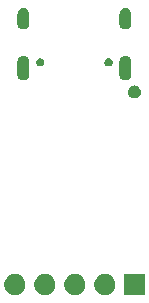
<source format=gbr>
G04 #@! TF.GenerationSoftware,KiCad,Pcbnew,(5.1.5)-3*
G04 #@! TF.CreationDate,2022-01-21T17:51:05-06:00*
G04 #@! TF.ProjectId,test_stand_smd,74657374-5f73-4746-916e-645f736d642e,rev?*
G04 #@! TF.SameCoordinates,Original*
G04 #@! TF.FileFunction,Soldermask,Bot*
G04 #@! TF.FilePolarity,Negative*
%FSLAX46Y46*%
G04 Gerber Fmt 4.6, Leading zero omitted, Abs format (unit mm)*
G04 Created by KiCad (PCBNEW (5.1.5)-3) date 2022-01-21 17:51:05*
%MOMM*%
%LPD*%
G04 APERTURE LIST*
%ADD10C,0.100000*%
G04 APERTURE END LIST*
D10*
G36*
X145942532Y-100256887D02*
G01*
X146091832Y-100286584D01*
X146255804Y-100354504D01*
X146403374Y-100453107D01*
X146528873Y-100578606D01*
X146627476Y-100726176D01*
X146695396Y-100890148D01*
X146730020Y-101064219D01*
X146730020Y-101241701D01*
X146695396Y-101415772D01*
X146627476Y-101579744D01*
X146528873Y-101727314D01*
X146403374Y-101852813D01*
X146255804Y-101951416D01*
X146091832Y-102019336D01*
X145942532Y-102049033D01*
X145917762Y-102053960D01*
X145740278Y-102053960D01*
X145715508Y-102049033D01*
X145566208Y-102019336D01*
X145402236Y-101951416D01*
X145254666Y-101852813D01*
X145129167Y-101727314D01*
X145030564Y-101579744D01*
X144962644Y-101415772D01*
X144928020Y-101241701D01*
X144928020Y-101064219D01*
X144962644Y-100890148D01*
X145030564Y-100726176D01*
X145129167Y-100578606D01*
X145254666Y-100453107D01*
X145402236Y-100354504D01*
X145566208Y-100286584D01*
X145715508Y-100256887D01*
X145740278Y-100251960D01*
X145917762Y-100251960D01*
X145942532Y-100256887D01*
G37*
G36*
X149270020Y-102053960D02*
G01*
X147468020Y-102053960D01*
X147468020Y-100251960D01*
X149270020Y-100251960D01*
X149270020Y-102053960D01*
G37*
G36*
X143402532Y-100256887D02*
G01*
X143551832Y-100286584D01*
X143715804Y-100354504D01*
X143863374Y-100453107D01*
X143988873Y-100578606D01*
X144087476Y-100726176D01*
X144155396Y-100890148D01*
X144190020Y-101064219D01*
X144190020Y-101241701D01*
X144155396Y-101415772D01*
X144087476Y-101579744D01*
X143988873Y-101727314D01*
X143863374Y-101852813D01*
X143715804Y-101951416D01*
X143551832Y-102019336D01*
X143402532Y-102049033D01*
X143377762Y-102053960D01*
X143200278Y-102053960D01*
X143175508Y-102049033D01*
X143026208Y-102019336D01*
X142862236Y-101951416D01*
X142714666Y-101852813D01*
X142589167Y-101727314D01*
X142490564Y-101579744D01*
X142422644Y-101415772D01*
X142388020Y-101241701D01*
X142388020Y-101064219D01*
X142422644Y-100890148D01*
X142490564Y-100726176D01*
X142589167Y-100578606D01*
X142714666Y-100453107D01*
X142862236Y-100354504D01*
X143026208Y-100286584D01*
X143175508Y-100256887D01*
X143200278Y-100251960D01*
X143377762Y-100251960D01*
X143402532Y-100256887D01*
G37*
G36*
X140862532Y-100256887D02*
G01*
X141011832Y-100286584D01*
X141175804Y-100354504D01*
X141323374Y-100453107D01*
X141448873Y-100578606D01*
X141547476Y-100726176D01*
X141615396Y-100890148D01*
X141650020Y-101064219D01*
X141650020Y-101241701D01*
X141615396Y-101415772D01*
X141547476Y-101579744D01*
X141448873Y-101727314D01*
X141323374Y-101852813D01*
X141175804Y-101951416D01*
X141011832Y-102019336D01*
X140862532Y-102049033D01*
X140837762Y-102053960D01*
X140660278Y-102053960D01*
X140635508Y-102049033D01*
X140486208Y-102019336D01*
X140322236Y-101951416D01*
X140174666Y-101852813D01*
X140049167Y-101727314D01*
X139950564Y-101579744D01*
X139882644Y-101415772D01*
X139848020Y-101241701D01*
X139848020Y-101064219D01*
X139882644Y-100890148D01*
X139950564Y-100726176D01*
X140049167Y-100578606D01*
X140174666Y-100453107D01*
X140322236Y-100354504D01*
X140486208Y-100286584D01*
X140635508Y-100256887D01*
X140660278Y-100251960D01*
X140837762Y-100251960D01*
X140862532Y-100256887D01*
G37*
G36*
X138322532Y-100256887D02*
G01*
X138471832Y-100286584D01*
X138635804Y-100354504D01*
X138783374Y-100453107D01*
X138908873Y-100578606D01*
X139007476Y-100726176D01*
X139075396Y-100890148D01*
X139110020Y-101064219D01*
X139110020Y-101241701D01*
X139075396Y-101415772D01*
X139007476Y-101579744D01*
X138908873Y-101727314D01*
X138783374Y-101852813D01*
X138635804Y-101951416D01*
X138471832Y-102019336D01*
X138322532Y-102049033D01*
X138297762Y-102053960D01*
X138120278Y-102053960D01*
X138095508Y-102049033D01*
X137946208Y-102019336D01*
X137782236Y-101951416D01*
X137634666Y-101852813D01*
X137509167Y-101727314D01*
X137410564Y-101579744D01*
X137342644Y-101415772D01*
X137308020Y-101241701D01*
X137308020Y-101064219D01*
X137342644Y-100890148D01*
X137410564Y-100726176D01*
X137509167Y-100578606D01*
X137634666Y-100453107D01*
X137782236Y-100354504D01*
X137946208Y-100286584D01*
X138095508Y-100256887D01*
X138120278Y-100251960D01*
X138297762Y-100251960D01*
X138322532Y-100256887D01*
G37*
G36*
X148496721Y-84306174D02*
G01*
X148596995Y-84347709D01*
X148596996Y-84347710D01*
X148687242Y-84408010D01*
X148763990Y-84484758D01*
X148763991Y-84484760D01*
X148824291Y-84575005D01*
X148865826Y-84675279D01*
X148887000Y-84781730D01*
X148887000Y-84890270D01*
X148865826Y-84996721D01*
X148824291Y-85096995D01*
X148824290Y-85096996D01*
X148763990Y-85187242D01*
X148687242Y-85263990D01*
X148641812Y-85294345D01*
X148596995Y-85324291D01*
X148496721Y-85365826D01*
X148390270Y-85387000D01*
X148281730Y-85387000D01*
X148175279Y-85365826D01*
X148075005Y-85324291D01*
X148030188Y-85294345D01*
X147984758Y-85263990D01*
X147908010Y-85187242D01*
X147847710Y-85096996D01*
X147847709Y-85096995D01*
X147806174Y-84996721D01*
X147785000Y-84890270D01*
X147785000Y-84781730D01*
X147806174Y-84675279D01*
X147847709Y-84575005D01*
X147908009Y-84484760D01*
X147908010Y-84484758D01*
X147984758Y-84408010D01*
X148075004Y-84347710D01*
X148075005Y-84347709D01*
X148175279Y-84306174D01*
X148281730Y-84285000D01*
X148390270Y-84285000D01*
X148496721Y-84306174D01*
G37*
G36*
X147671673Y-81771449D02*
G01*
X147766112Y-81800097D01*
X147853147Y-81846618D01*
X147929435Y-81909225D01*
X147992042Y-81985513D01*
X148038563Y-82072548D01*
X148067211Y-82166987D01*
X148074460Y-82240588D01*
X148074460Y-83389812D01*
X148067211Y-83463413D01*
X148038563Y-83557852D01*
X147992042Y-83644887D01*
X147929435Y-83721175D01*
X147853147Y-83783782D01*
X147766111Y-83830303D01*
X147671672Y-83858951D01*
X147573460Y-83868624D01*
X147475247Y-83858951D01*
X147380808Y-83830303D01*
X147293773Y-83783782D01*
X147217485Y-83721175D01*
X147154878Y-83644887D01*
X147108357Y-83557851D01*
X147079709Y-83463412D01*
X147072460Y-83389811D01*
X147072461Y-82240588D01*
X147079710Y-82166987D01*
X147108358Y-82072548D01*
X147154879Y-81985513D01*
X147217486Y-81909225D01*
X147293774Y-81846618D01*
X147380809Y-81800097D01*
X147475248Y-81771449D01*
X147573460Y-81761776D01*
X147671673Y-81771449D01*
G37*
G36*
X139031673Y-81771449D02*
G01*
X139126112Y-81800097D01*
X139213147Y-81846618D01*
X139289435Y-81909225D01*
X139352042Y-81985513D01*
X139398563Y-82072548D01*
X139427211Y-82166987D01*
X139434460Y-82240588D01*
X139434460Y-83389812D01*
X139427211Y-83463413D01*
X139398563Y-83557852D01*
X139352042Y-83644887D01*
X139289435Y-83721175D01*
X139213147Y-83783782D01*
X139126111Y-83830303D01*
X139031672Y-83858951D01*
X138933460Y-83868624D01*
X138835247Y-83858951D01*
X138740808Y-83830303D01*
X138653773Y-83783782D01*
X138577485Y-83721175D01*
X138514878Y-83644887D01*
X138468357Y-83557851D01*
X138439709Y-83463412D01*
X138432460Y-83389811D01*
X138432461Y-82240588D01*
X138439710Y-82166987D01*
X138468358Y-82072548D01*
X138514879Y-81985513D01*
X138577486Y-81909225D01*
X138653774Y-81846618D01*
X138740809Y-81800097D01*
X138835248Y-81771449D01*
X138933460Y-81761776D01*
X139031673Y-81771449D01*
G37*
G36*
X140465843Y-81997689D02*
G01*
X140465846Y-81997690D01*
X140465845Y-81997690D01*
X140529718Y-82024146D01*
X140587208Y-82062560D01*
X140636100Y-82111452D01*
X140674514Y-82168942D01*
X140696084Y-82221018D01*
X140700971Y-82232817D01*
X140714460Y-82300630D01*
X140714460Y-82369770D01*
X140700971Y-82437583D01*
X140700970Y-82437585D01*
X140674514Y-82501458D01*
X140636100Y-82558948D01*
X140587208Y-82607840D01*
X140529718Y-82646254D01*
X140477642Y-82667824D01*
X140465843Y-82672711D01*
X140398030Y-82686200D01*
X140328890Y-82686200D01*
X140261077Y-82672711D01*
X140249278Y-82667824D01*
X140197202Y-82646254D01*
X140139712Y-82607840D01*
X140090820Y-82558948D01*
X140052406Y-82501458D01*
X140025950Y-82437585D01*
X140025949Y-82437583D01*
X140012460Y-82369770D01*
X140012460Y-82300630D01*
X140025949Y-82232817D01*
X140030836Y-82221018D01*
X140052406Y-82168942D01*
X140090820Y-82111452D01*
X140139712Y-82062560D01*
X140197202Y-82024146D01*
X140261075Y-81997690D01*
X140261074Y-81997690D01*
X140261077Y-81997689D01*
X140328890Y-81984200D01*
X140398030Y-81984200D01*
X140465843Y-81997689D01*
G37*
G36*
X146245843Y-81997689D02*
G01*
X146245846Y-81997690D01*
X146245845Y-81997690D01*
X146309718Y-82024146D01*
X146367208Y-82062560D01*
X146416100Y-82111452D01*
X146454514Y-82168942D01*
X146476084Y-82221018D01*
X146480971Y-82232817D01*
X146494460Y-82300630D01*
X146494460Y-82369770D01*
X146480971Y-82437583D01*
X146480970Y-82437585D01*
X146454514Y-82501458D01*
X146416100Y-82558948D01*
X146367208Y-82607840D01*
X146309718Y-82646254D01*
X146257642Y-82667824D01*
X146245843Y-82672711D01*
X146178030Y-82686200D01*
X146108890Y-82686200D01*
X146041077Y-82672711D01*
X146029278Y-82667824D01*
X145977202Y-82646254D01*
X145919712Y-82607840D01*
X145870820Y-82558948D01*
X145832406Y-82501458D01*
X145805950Y-82437585D01*
X145805949Y-82437583D01*
X145792460Y-82369770D01*
X145792460Y-82300630D01*
X145805949Y-82232817D01*
X145810836Y-82221018D01*
X145832406Y-82168942D01*
X145870820Y-82111452D01*
X145919712Y-82062560D01*
X145977202Y-82024146D01*
X146041075Y-81997690D01*
X146041074Y-81997690D01*
X146041077Y-81997689D01*
X146108890Y-81984200D01*
X146178030Y-81984200D01*
X146245843Y-81997689D01*
G37*
G36*
X147671673Y-77751449D02*
G01*
X147766112Y-77780097D01*
X147853147Y-77826618D01*
X147929435Y-77889225D01*
X147992042Y-77965513D01*
X148038563Y-78052548D01*
X148067211Y-78146987D01*
X148074460Y-78220588D01*
X148074460Y-79069812D01*
X148067211Y-79143413D01*
X148038563Y-79237852D01*
X147992042Y-79324887D01*
X147929435Y-79401175D01*
X147853147Y-79463782D01*
X147766111Y-79510303D01*
X147671672Y-79538951D01*
X147573460Y-79548624D01*
X147475247Y-79538951D01*
X147380808Y-79510303D01*
X147293773Y-79463782D01*
X147217485Y-79401175D01*
X147154878Y-79324887D01*
X147108357Y-79237851D01*
X147079709Y-79143412D01*
X147072460Y-79069811D01*
X147072460Y-78220598D01*
X147079710Y-78146986D01*
X147090306Y-78112056D01*
X147108358Y-78052548D01*
X147154879Y-77965513D01*
X147217486Y-77889225D01*
X147293774Y-77826618D01*
X147380809Y-77780097D01*
X147475248Y-77751449D01*
X147573460Y-77741776D01*
X147671673Y-77751449D01*
G37*
G36*
X139031673Y-77751449D02*
G01*
X139126112Y-77780097D01*
X139213147Y-77826618D01*
X139289435Y-77889225D01*
X139352042Y-77965513D01*
X139398563Y-78052548D01*
X139427211Y-78146987D01*
X139434460Y-78220588D01*
X139434460Y-79069812D01*
X139427211Y-79143413D01*
X139398563Y-79237852D01*
X139352042Y-79324887D01*
X139289435Y-79401175D01*
X139213147Y-79463782D01*
X139126111Y-79510303D01*
X139031672Y-79538951D01*
X138933460Y-79548624D01*
X138835247Y-79538951D01*
X138740808Y-79510303D01*
X138653773Y-79463782D01*
X138577485Y-79401175D01*
X138514878Y-79324887D01*
X138468357Y-79237851D01*
X138439709Y-79143412D01*
X138432460Y-79069811D01*
X138432460Y-78220598D01*
X138439710Y-78146986D01*
X138450306Y-78112056D01*
X138468358Y-78052548D01*
X138514879Y-77965513D01*
X138577486Y-77889225D01*
X138653774Y-77826618D01*
X138740809Y-77780097D01*
X138835248Y-77751449D01*
X138933460Y-77741776D01*
X139031673Y-77751449D01*
G37*
M02*

</source>
